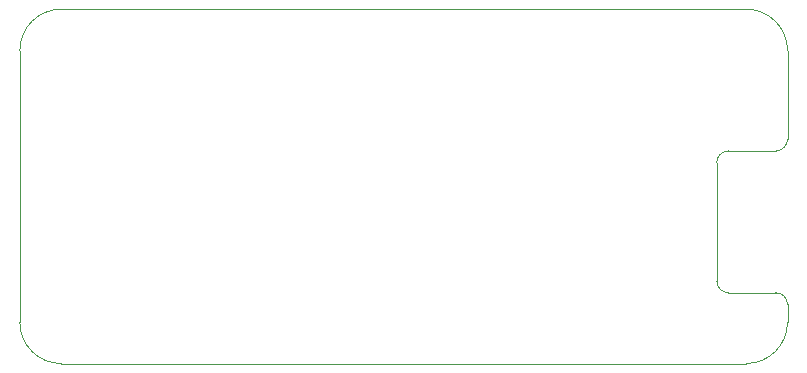
<source format=gbr>
%TF.GenerationSoftware,KiCad,Pcbnew,8.0.3-8.0.3-0~ubuntu22.04.1*%
%TF.CreationDate,2024-10-11T11:53:38+02:00*%
%TF.ProjectId,ADC_pHAT_AFE,4144435f-7048-4415-945f-4146452e6b69,rev?*%
%TF.SameCoordinates,PX5cbead0PY5705d50*%
%TF.FileFunction,Profile,NP*%
%FSLAX46Y46*%
G04 Gerber Fmt 4.6, Leading zero omitted, Abs format (unit mm)*
G04 Created by KiCad (PCBNEW 8.0.3-8.0.3-0~ubuntu22.04.1) date 2024-10-11 11:53:38*
%MOMM*%
%LPD*%
G01*
G04 APERTURE LIST*
%TA.AperFunction,Profile*%
%ADD10C,0.100000*%
%TD*%
G04 APERTURE END LIST*
D10*
X64999999Y3500001D02*
G75*
G02*
X61500000Y1I-3499999J-1D01*
G01*
X61500000Y0D02*
X3500000Y0D01*
X59000000Y17000000D02*
G75*
G02*
X60000000Y18000000I1000000J0D01*
G01*
X60000000Y18000000D02*
X64000000Y18000000D01*
X64000000Y6000000D02*
G75*
G02*
X65000000Y5000000I0J-1000000D01*
G01*
X0Y3500000D02*
X0Y26500000D01*
X61499999Y29999999D02*
G75*
G02*
X64999999Y26500000I1J-3499999D01*
G01*
X59000000Y7000000D02*
X59000000Y17000000D01*
X65000000Y19000000D02*
G75*
G02*
X64000000Y18000000I-1000000J0D01*
G01*
X60000000Y6000000D02*
G75*
G02*
X59000000Y7000000I0J1000000D01*
G01*
X1Y26500000D02*
G75*
G02*
X3500000Y29999999I3499999J0D01*
G01*
X3500000Y30000000D02*
X61500000Y30000000D01*
X64000000Y6000000D02*
X60000000Y6000000D01*
X3500001Y1D02*
G75*
G02*
X1Y3500000I-1J3499999D01*
G01*
X65000000Y26500000D02*
X65000000Y19000000D01*
X65000000Y5000000D02*
X65000000Y3500000D01*
M02*

</source>
